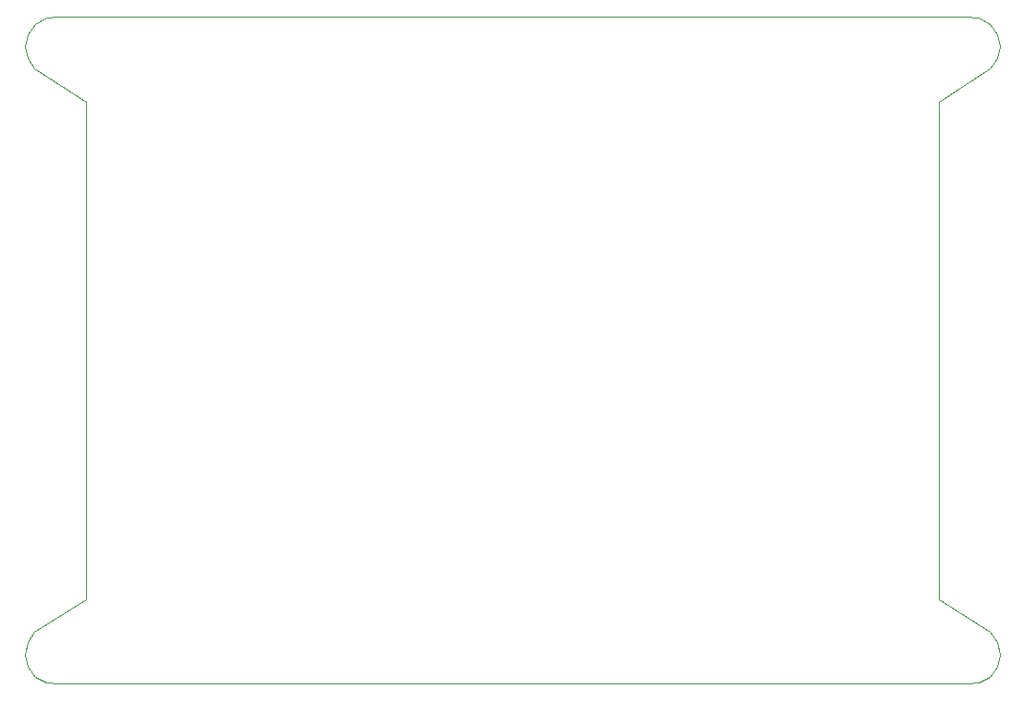
<source format=gbr>
G04 #@! TF.GenerationSoftware,KiCad,Pcbnew,(5.1.4-0)*
G04 #@! TF.CreationDate,2020-03-10T11:39:59-04:00*
G04 #@! TF.ProjectId,joystick,6a6f7973-7469-4636-9b2e-6b696361645f,rev?*
G04 #@! TF.SameCoordinates,Original*
G04 #@! TF.FileFunction,Profile,NP*
%FSLAX46Y46*%
G04 Gerber Fmt 4.6, Leading zero omitted, Abs format (unit mm)*
G04 Created by KiCad (PCBNEW (5.1.4-0)) date 2020-03-10 11:39:59*
%MOMM*%
%LPD*%
G04 APERTURE LIST*
%ADD10C,0.099999*%
G04 APERTURE END LIST*
D10*
X163998656Y-125024896D02*
X86001098Y-125024896D01*
X163999926Y-125025150D02*
X163998656Y-125024896D01*
X163999926Y-125024896D02*
X163999926Y-125025150D01*
X83468738Y-63974980D02*
X86001098Y-63974980D01*
X82331219Y-64075788D02*
X83468738Y-63974980D01*
X81333046Y-64630552D02*
X82331219Y-64075788D01*
X80646812Y-65543347D02*
X81333046Y-64630552D01*
X80391174Y-66656343D02*
X80646812Y-65543347D01*
X80610333Y-67777094D02*
X80391174Y-66656343D01*
X81266395Y-68711810D02*
X80610333Y-67777094D01*
X85974936Y-71726447D02*
X81266395Y-68711810D01*
X85974936Y-117273428D02*
X85974936Y-71726447D01*
X81266395Y-120288065D02*
X85974936Y-117273428D01*
X80610333Y-121222781D02*
X81266395Y-120288065D01*
X80391174Y-122343532D02*
X80610333Y-121222781D01*
X80646812Y-123456528D02*
X80391174Y-122343532D01*
X81333046Y-124369323D02*
X80646812Y-123456528D01*
X82331219Y-124924087D02*
X81333046Y-124369323D01*
X83468738Y-125024896D02*
X82331219Y-124924087D01*
X86001098Y-125024896D02*
X83468738Y-125024896D01*
X166531015Y-125024896D02*
X163999926Y-125024896D01*
X167668534Y-124924087D02*
X166531015Y-125024896D01*
X168666707Y-124369323D02*
X167668534Y-124924087D01*
X169352941Y-123456528D02*
X168666707Y-124369323D01*
X169608579Y-122343532D02*
X169352941Y-123456528D01*
X169389420Y-121222781D02*
X169608579Y-122343532D01*
X168733358Y-120288065D02*
X169389420Y-121222781D01*
X164024945Y-117273509D02*
X168733358Y-120288065D01*
X164024945Y-71726366D02*
X164024945Y-117273509D01*
X168733358Y-68711810D02*
X164024945Y-71726366D01*
X169389420Y-67777094D02*
X168733358Y-68711810D01*
X169608579Y-66656343D02*
X169389420Y-67777094D01*
X169352941Y-65543347D02*
X169608579Y-66656343D01*
X168666707Y-64630552D02*
X169352941Y-65543347D01*
X167668534Y-64075788D02*
X168666707Y-64630552D01*
X166531015Y-63974980D02*
X167668534Y-64075788D01*
X163999926Y-63974980D02*
X166531015Y-63974980D01*
X163998656Y-63974980D02*
X163999926Y-63974980D01*
X86001098Y-63974980D02*
X163998656Y-63974980D01*
M02*

</source>
